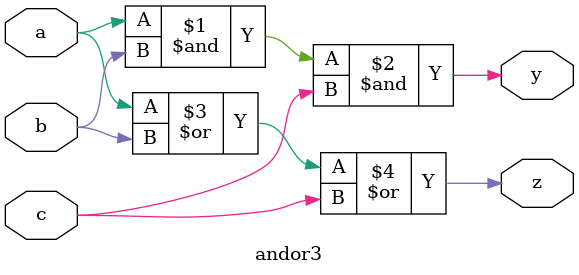
<source format=sv>

module andor3(a, b, c, y, z);
  input a, b, c;
  output y, z;
  
  assign y = a & b & c;
  assign z = a | b | c;
  
endmodule
</source>
